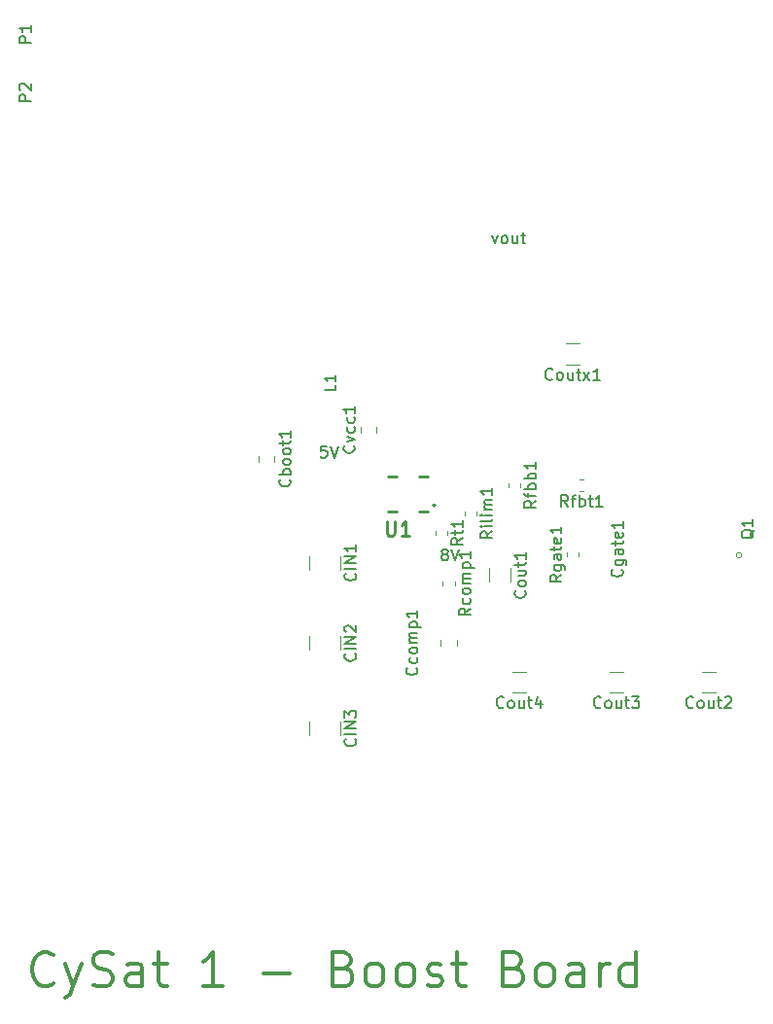
<source format=gbr>
G04 #@! TF.GenerationSoftware,KiCad,Pcbnew,(5.1.4)-1*
G04 #@! TF.CreationDate,2020-02-03T09:21:52-06:00*
G04 #@! TF.ProjectId,Boost,426f6f73-742e-46b6-9963-61645f706362,rev?*
G04 #@! TF.SameCoordinates,Original*
G04 #@! TF.FileFunction,Legend,Top*
G04 #@! TF.FilePolarity,Positive*
%FSLAX46Y46*%
G04 Gerber Fmt 4.6, Leading zero omitted, Abs format (unit mm)*
G04 Created by KiCad (PCBNEW (5.1.4)-1) date 2020-02-03 09:21:52*
%MOMM*%
%LPD*%
G04 APERTURE LIST*
%ADD10C,0.150000*%
%ADD11C,0.300000*%
%ADD12C,0.120000*%
%ADD13C,0.254000*%
%ADD14C,0.250000*%
G04 APERTURE END LIST*
D10*
X147923428Y-73547314D02*
X148161523Y-74213980D01*
X148399619Y-73547314D01*
X148923428Y-74213980D02*
X148828190Y-74166361D01*
X148780571Y-74118742D01*
X148732952Y-74023504D01*
X148732952Y-73737790D01*
X148780571Y-73642552D01*
X148828190Y-73594933D01*
X148923428Y-73547314D01*
X149066285Y-73547314D01*
X149161523Y-73594933D01*
X149209142Y-73642552D01*
X149256761Y-73737790D01*
X149256761Y-74023504D01*
X149209142Y-74118742D01*
X149161523Y-74166361D01*
X149066285Y-74213980D01*
X148923428Y-74213980D01*
X150113904Y-73547314D02*
X150113904Y-74213980D01*
X149685333Y-73547314D02*
X149685333Y-74071123D01*
X149732952Y-74166361D01*
X149828190Y-74213980D01*
X149971047Y-74213980D01*
X150066285Y-74166361D01*
X150113904Y-74118742D01*
X150447238Y-73547314D02*
X150828190Y-73547314D01*
X150590095Y-73213980D02*
X150590095Y-74071123D01*
X150637714Y-74166361D01*
X150732952Y-74213980D01*
X150828190Y-74213980D01*
X143697390Y-101252352D02*
X143602152Y-101204733D01*
X143554533Y-101157114D01*
X143506914Y-101061876D01*
X143506914Y-101014257D01*
X143554533Y-100919019D01*
X143602152Y-100871400D01*
X143697390Y-100823780D01*
X143887866Y-100823780D01*
X143983104Y-100871400D01*
X144030723Y-100919019D01*
X144078342Y-101014257D01*
X144078342Y-101061876D01*
X144030723Y-101157114D01*
X143983104Y-101204733D01*
X143887866Y-101252352D01*
X143697390Y-101252352D01*
X143602152Y-101299971D01*
X143554533Y-101347590D01*
X143506914Y-101442828D01*
X143506914Y-101633304D01*
X143554533Y-101728542D01*
X143602152Y-101776161D01*
X143697390Y-101823780D01*
X143887866Y-101823780D01*
X143983104Y-101776161D01*
X144030723Y-101728542D01*
X144078342Y-101633304D01*
X144078342Y-101442828D01*
X144030723Y-101347590D01*
X143983104Y-101299971D01*
X143887866Y-101252352D01*
X144364057Y-100823780D02*
X144697390Y-101823780D01*
X145030723Y-100823780D01*
X133515123Y-91857580D02*
X133038933Y-91857580D01*
X132991314Y-92333771D01*
X133038933Y-92286152D01*
X133134171Y-92238533D01*
X133372266Y-92238533D01*
X133467504Y-92286152D01*
X133515123Y-92333771D01*
X133562742Y-92429009D01*
X133562742Y-92667104D01*
X133515123Y-92762342D01*
X133467504Y-92809961D01*
X133372266Y-92857580D01*
X133134171Y-92857580D01*
X133038933Y-92809961D01*
X132991314Y-92762342D01*
X133848457Y-91857580D02*
X134181790Y-92857580D01*
X134515123Y-91857580D01*
D11*
X109739000Y-138612428D02*
X109596142Y-138755285D01*
X109167571Y-138898142D01*
X108881857Y-138898142D01*
X108453285Y-138755285D01*
X108167571Y-138469571D01*
X108024714Y-138183857D01*
X107881857Y-137612428D01*
X107881857Y-137183857D01*
X108024714Y-136612428D01*
X108167571Y-136326714D01*
X108453285Y-136041000D01*
X108881857Y-135898142D01*
X109167571Y-135898142D01*
X109596142Y-136041000D01*
X109739000Y-136183857D01*
X110739000Y-136898142D02*
X111453285Y-138898142D01*
X112167571Y-136898142D02*
X111453285Y-138898142D01*
X111167571Y-139612428D01*
X111024714Y-139755285D01*
X110739000Y-139898142D01*
X113167571Y-138755285D02*
X113596142Y-138898142D01*
X114310428Y-138898142D01*
X114596142Y-138755285D01*
X114739000Y-138612428D01*
X114881857Y-138326714D01*
X114881857Y-138041000D01*
X114739000Y-137755285D01*
X114596142Y-137612428D01*
X114310428Y-137469571D01*
X113739000Y-137326714D01*
X113453285Y-137183857D01*
X113310428Y-137041000D01*
X113167571Y-136755285D01*
X113167571Y-136469571D01*
X113310428Y-136183857D01*
X113453285Y-136041000D01*
X113739000Y-135898142D01*
X114453285Y-135898142D01*
X114881857Y-136041000D01*
X117453285Y-138898142D02*
X117453285Y-137326714D01*
X117310428Y-137041000D01*
X117024714Y-136898142D01*
X116453285Y-136898142D01*
X116167571Y-137041000D01*
X117453285Y-138755285D02*
X117167571Y-138898142D01*
X116453285Y-138898142D01*
X116167571Y-138755285D01*
X116024714Y-138469571D01*
X116024714Y-138183857D01*
X116167571Y-137898142D01*
X116453285Y-137755285D01*
X117167571Y-137755285D01*
X117453285Y-137612428D01*
X118453285Y-136898142D02*
X119596142Y-136898142D01*
X118881857Y-135898142D02*
X118881857Y-138469571D01*
X119024714Y-138755285D01*
X119310428Y-138898142D01*
X119596142Y-138898142D01*
X124453285Y-138898142D02*
X122739000Y-138898142D01*
X123596142Y-138898142D02*
X123596142Y-135898142D01*
X123310428Y-136326714D01*
X123024714Y-136612428D01*
X122739000Y-136755285D01*
X128024714Y-137755285D02*
X130310428Y-137755285D01*
X135024714Y-137326714D02*
X135453285Y-137469571D01*
X135596142Y-137612428D01*
X135739000Y-137898142D01*
X135739000Y-138326714D01*
X135596142Y-138612428D01*
X135453285Y-138755285D01*
X135167571Y-138898142D01*
X134024714Y-138898142D01*
X134024714Y-135898142D01*
X135024714Y-135898142D01*
X135310428Y-136041000D01*
X135453285Y-136183857D01*
X135596142Y-136469571D01*
X135596142Y-136755285D01*
X135453285Y-137041000D01*
X135310428Y-137183857D01*
X135024714Y-137326714D01*
X134024714Y-137326714D01*
X137453285Y-138898142D02*
X137167571Y-138755285D01*
X137024714Y-138612428D01*
X136881857Y-138326714D01*
X136881857Y-137469571D01*
X137024714Y-137183857D01*
X137167571Y-137041000D01*
X137453285Y-136898142D01*
X137881857Y-136898142D01*
X138167571Y-137041000D01*
X138310428Y-137183857D01*
X138453285Y-137469571D01*
X138453285Y-138326714D01*
X138310428Y-138612428D01*
X138167571Y-138755285D01*
X137881857Y-138898142D01*
X137453285Y-138898142D01*
X140167571Y-138898142D02*
X139881857Y-138755285D01*
X139739000Y-138612428D01*
X139596142Y-138326714D01*
X139596142Y-137469571D01*
X139739000Y-137183857D01*
X139881857Y-137041000D01*
X140167571Y-136898142D01*
X140596142Y-136898142D01*
X140881857Y-137041000D01*
X141024714Y-137183857D01*
X141167571Y-137469571D01*
X141167571Y-138326714D01*
X141024714Y-138612428D01*
X140881857Y-138755285D01*
X140596142Y-138898142D01*
X140167571Y-138898142D01*
X142310428Y-138755285D02*
X142596142Y-138898142D01*
X143167571Y-138898142D01*
X143453285Y-138755285D01*
X143596142Y-138469571D01*
X143596142Y-138326714D01*
X143453285Y-138041000D01*
X143167571Y-137898142D01*
X142739000Y-137898142D01*
X142453285Y-137755285D01*
X142310428Y-137469571D01*
X142310428Y-137326714D01*
X142453285Y-137041000D01*
X142739000Y-136898142D01*
X143167571Y-136898142D01*
X143453285Y-137041000D01*
X144453285Y-136898142D02*
X145596142Y-136898142D01*
X144881857Y-135898142D02*
X144881857Y-138469571D01*
X145024714Y-138755285D01*
X145310428Y-138898142D01*
X145596142Y-138898142D01*
X149881857Y-137326714D02*
X150310428Y-137469571D01*
X150453285Y-137612428D01*
X150596142Y-137898142D01*
X150596142Y-138326714D01*
X150453285Y-138612428D01*
X150310428Y-138755285D01*
X150024714Y-138898142D01*
X148881857Y-138898142D01*
X148881857Y-135898142D01*
X149881857Y-135898142D01*
X150167571Y-136041000D01*
X150310428Y-136183857D01*
X150453285Y-136469571D01*
X150453285Y-136755285D01*
X150310428Y-137041000D01*
X150167571Y-137183857D01*
X149881857Y-137326714D01*
X148881857Y-137326714D01*
X152310428Y-138898142D02*
X152024714Y-138755285D01*
X151881857Y-138612428D01*
X151739000Y-138326714D01*
X151739000Y-137469571D01*
X151881857Y-137183857D01*
X152024714Y-137041000D01*
X152310428Y-136898142D01*
X152739000Y-136898142D01*
X153024714Y-137041000D01*
X153167571Y-137183857D01*
X153310428Y-137469571D01*
X153310428Y-138326714D01*
X153167571Y-138612428D01*
X153024714Y-138755285D01*
X152739000Y-138898142D01*
X152310428Y-138898142D01*
X155881857Y-138898142D02*
X155881857Y-137326714D01*
X155739000Y-137041000D01*
X155453285Y-136898142D01*
X154881857Y-136898142D01*
X154596142Y-137041000D01*
X155881857Y-138755285D02*
X155596142Y-138898142D01*
X154881857Y-138898142D01*
X154596142Y-138755285D01*
X154453285Y-138469571D01*
X154453285Y-138183857D01*
X154596142Y-137898142D01*
X154881857Y-137755285D01*
X155596142Y-137755285D01*
X155881857Y-137612428D01*
X157310428Y-138898142D02*
X157310428Y-136898142D01*
X157310428Y-137469571D02*
X157453285Y-137183857D01*
X157596142Y-137041000D01*
X157881857Y-136898142D01*
X158167571Y-136898142D01*
X160453285Y-138898142D02*
X160453285Y-135898142D01*
X160453285Y-138755285D02*
X160167571Y-138898142D01*
X159596142Y-138898142D01*
X159310428Y-138755285D01*
X159167571Y-138612428D01*
X159024714Y-138326714D01*
X159024714Y-137469571D01*
X159167571Y-137183857D01*
X159310428Y-137041000D01*
X159596142Y-136898142D01*
X160167571Y-136898142D01*
X160453285Y-137041000D01*
D12*
X142974600Y-99252821D02*
X142974600Y-99578379D01*
X143994600Y-99252821D02*
X143994600Y-99578379D01*
X145540000Y-97551021D02*
X145540000Y-97876579D01*
X146560000Y-97551021D02*
X146560000Y-97876579D01*
X155450000Y-101447779D02*
X155450000Y-101122221D01*
X154430000Y-101447779D02*
X154430000Y-101122221D01*
X155887779Y-94740000D02*
X155562221Y-94740000D01*
X155887779Y-95760000D02*
X155562221Y-95760000D01*
X149350000Y-95087221D02*
X149350000Y-95412779D01*
X150370000Y-95087221D02*
X150370000Y-95412779D01*
X143635000Y-103657221D02*
X143635000Y-103982779D01*
X144655000Y-103657221D02*
X144655000Y-103982779D01*
X169668000Y-101346000D02*
G75*
G03X169668000Y-101346000I-250000J0D01*
G01*
X137870000Y-90676252D02*
X137870000Y-90153748D01*
X136450000Y-90676252D02*
X136450000Y-90153748D01*
X155542064Y-82910000D02*
X154337936Y-82910000D01*
X155542064Y-84730000D02*
X154337936Y-84730000D01*
X150879564Y-111485000D02*
X149675436Y-111485000D01*
X150879564Y-113305000D02*
X149675436Y-113305000D01*
X159352064Y-111485000D02*
X158147936Y-111485000D01*
X159352064Y-113305000D02*
X158147936Y-113305000D01*
X167389564Y-111485000D02*
X166185436Y-111485000D01*
X167389564Y-113305000D02*
X166185436Y-113305000D01*
X147680000Y-102485436D02*
X147680000Y-103689564D01*
X149500000Y-102485436D02*
X149500000Y-103689564D01*
X131990000Y-115820436D02*
X131990000Y-117024564D01*
X134710000Y-115820436D02*
X134710000Y-117024564D01*
X131990000Y-108400436D02*
X131990000Y-109604564D01*
X134710000Y-108400436D02*
X134710000Y-109604564D01*
X131990000Y-101415436D02*
X131990000Y-102619564D01*
X134710000Y-101415436D02*
X134710000Y-102619564D01*
X143435000Y-108713748D02*
X143435000Y-109236252D01*
X144855000Y-108713748D02*
X144855000Y-109236252D01*
X127560000Y-92693748D02*
X127560000Y-93216252D01*
X128980000Y-92693748D02*
X128980000Y-93216252D01*
D13*
X142934630Y-97002000D02*
G75*
G03X142934630Y-97002000I-64630J0D01*
G01*
D14*
X138839000Y-94512000D02*
X139589000Y-94512000D01*
X142339000Y-94512000D02*
X141589000Y-94512000D01*
X138839000Y-97512000D02*
X139589000Y-97512000D01*
X142339000Y-97512000D02*
X141589000Y-97512000D01*
D10*
X145366980Y-99867980D02*
X144890790Y-100201314D01*
X145366980Y-100439409D02*
X144366980Y-100439409D01*
X144366980Y-100058457D01*
X144414600Y-99963219D01*
X144462219Y-99915600D01*
X144557457Y-99867980D01*
X144700314Y-99867980D01*
X144795552Y-99915600D01*
X144843171Y-99963219D01*
X144890790Y-100058457D01*
X144890790Y-100439409D01*
X144700314Y-99582266D02*
X144700314Y-99201314D01*
X144366980Y-99439409D02*
X145224123Y-99439409D01*
X145319361Y-99391790D01*
X145366980Y-99296552D01*
X145366980Y-99201314D01*
X145366980Y-98344171D02*
X145366980Y-98915600D01*
X145366980Y-98629885D02*
X144366980Y-98629885D01*
X144509838Y-98725123D01*
X144605076Y-98820361D01*
X144652695Y-98915600D01*
X147932380Y-99285228D02*
X147456190Y-99618561D01*
X147932380Y-99856657D02*
X146932380Y-99856657D01*
X146932380Y-99475704D01*
X146980000Y-99380466D01*
X147027619Y-99332847D01*
X147122857Y-99285228D01*
X147265714Y-99285228D01*
X147360952Y-99332847D01*
X147408571Y-99380466D01*
X147456190Y-99475704D01*
X147456190Y-99856657D01*
X147932380Y-98856657D02*
X147265714Y-98856657D01*
X146932380Y-98856657D02*
X146980000Y-98904276D01*
X147027619Y-98856657D01*
X146980000Y-98809038D01*
X146932380Y-98856657D01*
X147027619Y-98856657D01*
X147932380Y-98237609D02*
X147884761Y-98332847D01*
X147789523Y-98380466D01*
X146932380Y-98380466D01*
X147932380Y-97856657D02*
X147265714Y-97856657D01*
X146932380Y-97856657D02*
X146980000Y-97904276D01*
X147027619Y-97856657D01*
X146980000Y-97809038D01*
X146932380Y-97856657D01*
X147027619Y-97856657D01*
X147932380Y-97380466D02*
X147265714Y-97380466D01*
X147360952Y-97380466D02*
X147313333Y-97332847D01*
X147265714Y-97237609D01*
X147265714Y-97094752D01*
X147313333Y-96999514D01*
X147408571Y-96951895D01*
X147932380Y-96951895D01*
X147408571Y-96951895D02*
X147313333Y-96904276D01*
X147265714Y-96809038D01*
X147265714Y-96666180D01*
X147313333Y-96570942D01*
X147408571Y-96523323D01*
X147932380Y-96523323D01*
X147932380Y-95523323D02*
X147932380Y-96094752D01*
X147932380Y-95809038D02*
X146932380Y-95809038D01*
X147075238Y-95904276D01*
X147170476Y-95999514D01*
X147218095Y-96094752D01*
X153962380Y-103070714D02*
X153486190Y-103404047D01*
X153962380Y-103642142D02*
X152962380Y-103642142D01*
X152962380Y-103261190D01*
X153010000Y-103165952D01*
X153057619Y-103118333D01*
X153152857Y-103070714D01*
X153295714Y-103070714D01*
X153390952Y-103118333D01*
X153438571Y-103165952D01*
X153486190Y-103261190D01*
X153486190Y-103642142D01*
X153295714Y-102213571D02*
X154105238Y-102213571D01*
X154200476Y-102261190D01*
X154248095Y-102308809D01*
X154295714Y-102404047D01*
X154295714Y-102546904D01*
X154248095Y-102642142D01*
X153914761Y-102213571D02*
X153962380Y-102308809D01*
X153962380Y-102499285D01*
X153914761Y-102594523D01*
X153867142Y-102642142D01*
X153771904Y-102689761D01*
X153486190Y-102689761D01*
X153390952Y-102642142D01*
X153343333Y-102594523D01*
X153295714Y-102499285D01*
X153295714Y-102308809D01*
X153343333Y-102213571D01*
X153962380Y-101308809D02*
X153438571Y-101308809D01*
X153343333Y-101356428D01*
X153295714Y-101451666D01*
X153295714Y-101642142D01*
X153343333Y-101737380D01*
X153914761Y-101308809D02*
X153962380Y-101404047D01*
X153962380Y-101642142D01*
X153914761Y-101737380D01*
X153819523Y-101785000D01*
X153724285Y-101785000D01*
X153629047Y-101737380D01*
X153581428Y-101642142D01*
X153581428Y-101404047D01*
X153533809Y-101308809D01*
X153295714Y-100975476D02*
X153295714Y-100594523D01*
X152962380Y-100832619D02*
X153819523Y-100832619D01*
X153914761Y-100785000D01*
X153962380Y-100689761D01*
X153962380Y-100594523D01*
X153914761Y-99880238D02*
X153962380Y-99975476D01*
X153962380Y-100165952D01*
X153914761Y-100261190D01*
X153819523Y-100308809D01*
X153438571Y-100308809D01*
X153343333Y-100261190D01*
X153295714Y-100165952D01*
X153295714Y-99975476D01*
X153343333Y-99880238D01*
X153438571Y-99832619D01*
X153533809Y-99832619D01*
X153629047Y-100308809D01*
X153962380Y-98880238D02*
X153962380Y-99451666D01*
X153962380Y-99165952D02*
X152962380Y-99165952D01*
X153105238Y-99261190D01*
X153200476Y-99356428D01*
X153248095Y-99451666D01*
X154534523Y-97132380D02*
X154201190Y-96656190D01*
X153963095Y-97132380D02*
X153963095Y-96132380D01*
X154344047Y-96132380D01*
X154439285Y-96180000D01*
X154486904Y-96227619D01*
X154534523Y-96322857D01*
X154534523Y-96465714D01*
X154486904Y-96560952D01*
X154439285Y-96608571D01*
X154344047Y-96656190D01*
X153963095Y-96656190D01*
X154820238Y-96465714D02*
X155201190Y-96465714D01*
X154963095Y-97132380D02*
X154963095Y-96275238D01*
X155010714Y-96180000D01*
X155105952Y-96132380D01*
X155201190Y-96132380D01*
X155534523Y-97132380D02*
X155534523Y-96132380D01*
X155534523Y-96513333D02*
X155629761Y-96465714D01*
X155820238Y-96465714D01*
X155915476Y-96513333D01*
X155963095Y-96560952D01*
X156010714Y-96656190D01*
X156010714Y-96941904D01*
X155963095Y-97037142D01*
X155915476Y-97084761D01*
X155820238Y-97132380D01*
X155629761Y-97132380D01*
X155534523Y-97084761D01*
X156296428Y-96465714D02*
X156677380Y-96465714D01*
X156439285Y-96132380D02*
X156439285Y-96989523D01*
X156486904Y-97084761D01*
X156582142Y-97132380D01*
X156677380Y-97132380D01*
X157534523Y-97132380D02*
X156963095Y-97132380D01*
X157248809Y-97132380D02*
X157248809Y-96132380D01*
X157153571Y-96275238D01*
X157058333Y-96370476D01*
X156963095Y-96418095D01*
X151742380Y-96607142D02*
X151266190Y-96940476D01*
X151742380Y-97178571D02*
X150742380Y-97178571D01*
X150742380Y-96797619D01*
X150790000Y-96702380D01*
X150837619Y-96654761D01*
X150932857Y-96607142D01*
X151075714Y-96607142D01*
X151170952Y-96654761D01*
X151218571Y-96702380D01*
X151266190Y-96797619D01*
X151266190Y-97178571D01*
X151075714Y-96321428D02*
X151075714Y-95940476D01*
X151742380Y-96178571D02*
X150885238Y-96178571D01*
X150790000Y-96130952D01*
X150742380Y-96035714D01*
X150742380Y-95940476D01*
X151742380Y-95607142D02*
X150742380Y-95607142D01*
X151123333Y-95607142D02*
X151075714Y-95511904D01*
X151075714Y-95321428D01*
X151123333Y-95226190D01*
X151170952Y-95178571D01*
X151266190Y-95130952D01*
X151551904Y-95130952D01*
X151647142Y-95178571D01*
X151694761Y-95226190D01*
X151742380Y-95321428D01*
X151742380Y-95511904D01*
X151694761Y-95607142D01*
X151742380Y-94702380D02*
X150742380Y-94702380D01*
X151123333Y-94702380D02*
X151075714Y-94607142D01*
X151075714Y-94416666D01*
X151123333Y-94321428D01*
X151170952Y-94273809D01*
X151266190Y-94226190D01*
X151551904Y-94226190D01*
X151647142Y-94273809D01*
X151694761Y-94321428D01*
X151742380Y-94416666D01*
X151742380Y-94607142D01*
X151694761Y-94702380D01*
X151742380Y-93273809D02*
X151742380Y-93845238D01*
X151742380Y-93559523D02*
X150742380Y-93559523D01*
X150885238Y-93654761D01*
X150980476Y-93750000D01*
X151028095Y-93845238D01*
X146027380Y-105986666D02*
X145551190Y-106320000D01*
X146027380Y-106558095D02*
X145027380Y-106558095D01*
X145027380Y-106177142D01*
X145075000Y-106081904D01*
X145122619Y-106034285D01*
X145217857Y-105986666D01*
X145360714Y-105986666D01*
X145455952Y-106034285D01*
X145503571Y-106081904D01*
X145551190Y-106177142D01*
X145551190Y-106558095D01*
X145979761Y-105129523D02*
X146027380Y-105224761D01*
X146027380Y-105415238D01*
X145979761Y-105510476D01*
X145932142Y-105558095D01*
X145836904Y-105605714D01*
X145551190Y-105605714D01*
X145455952Y-105558095D01*
X145408333Y-105510476D01*
X145360714Y-105415238D01*
X145360714Y-105224761D01*
X145408333Y-105129523D01*
X146027380Y-104558095D02*
X145979761Y-104653333D01*
X145932142Y-104700952D01*
X145836904Y-104748571D01*
X145551190Y-104748571D01*
X145455952Y-104700952D01*
X145408333Y-104653333D01*
X145360714Y-104558095D01*
X145360714Y-104415238D01*
X145408333Y-104320000D01*
X145455952Y-104272380D01*
X145551190Y-104224761D01*
X145836904Y-104224761D01*
X145932142Y-104272380D01*
X145979761Y-104320000D01*
X146027380Y-104415238D01*
X146027380Y-104558095D01*
X146027380Y-103796190D02*
X145360714Y-103796190D01*
X145455952Y-103796190D02*
X145408333Y-103748571D01*
X145360714Y-103653333D01*
X145360714Y-103510476D01*
X145408333Y-103415238D01*
X145503571Y-103367619D01*
X146027380Y-103367619D01*
X145503571Y-103367619D02*
X145408333Y-103320000D01*
X145360714Y-103224761D01*
X145360714Y-103081904D01*
X145408333Y-102986666D01*
X145503571Y-102939047D01*
X146027380Y-102939047D01*
X145360714Y-102462857D02*
X146360714Y-102462857D01*
X145408333Y-102462857D02*
X145360714Y-102367619D01*
X145360714Y-102177142D01*
X145408333Y-102081904D01*
X145455952Y-102034285D01*
X145551190Y-101986666D01*
X145836904Y-101986666D01*
X145932142Y-102034285D01*
X145979761Y-102081904D01*
X146027380Y-102177142D01*
X146027380Y-102367619D01*
X145979761Y-102462857D01*
X146027380Y-101034285D02*
X146027380Y-101605714D01*
X146027380Y-101320000D02*
X145027380Y-101320000D01*
X145170238Y-101415238D01*
X145265476Y-101510476D01*
X145313095Y-101605714D01*
X170727619Y-99155238D02*
X170680000Y-99250476D01*
X170584761Y-99345714D01*
X170441904Y-99488571D01*
X170394285Y-99583809D01*
X170394285Y-99679047D01*
X170632380Y-99631428D02*
X170584761Y-99726666D01*
X170489523Y-99821904D01*
X170299047Y-99869523D01*
X169965714Y-99869523D01*
X169775238Y-99821904D01*
X169680000Y-99726666D01*
X169632380Y-99631428D01*
X169632380Y-99440952D01*
X169680000Y-99345714D01*
X169775238Y-99250476D01*
X169965714Y-99202857D01*
X170299047Y-99202857D01*
X170489523Y-99250476D01*
X170584761Y-99345714D01*
X170632380Y-99440952D01*
X170632380Y-99631428D01*
X170632380Y-98250476D02*
X170632380Y-98821904D01*
X170632380Y-98536190D02*
X169632380Y-98536190D01*
X169775238Y-98631428D01*
X169870476Y-98726666D01*
X169918095Y-98821904D01*
X107748780Y-61809855D02*
X106748780Y-61809855D01*
X106748780Y-61428902D01*
X106796400Y-61333664D01*
X106844019Y-61286045D01*
X106939257Y-61238426D01*
X107082114Y-61238426D01*
X107177352Y-61286045D01*
X107224971Y-61333664D01*
X107272590Y-61428902D01*
X107272590Y-61809855D01*
X106844019Y-60857474D02*
X106796400Y-60809855D01*
X106748780Y-60714617D01*
X106748780Y-60476521D01*
X106796400Y-60381283D01*
X106844019Y-60333664D01*
X106939257Y-60286045D01*
X107034495Y-60286045D01*
X107177352Y-60333664D01*
X107748780Y-60905093D01*
X107748780Y-60286045D01*
X107748780Y-56729855D02*
X106748780Y-56729855D01*
X106748780Y-56348902D01*
X106796400Y-56253664D01*
X106844019Y-56206045D01*
X106939257Y-56158426D01*
X107082114Y-56158426D01*
X107177352Y-56206045D01*
X107224971Y-56253664D01*
X107272590Y-56348902D01*
X107272590Y-56729855D01*
X107748780Y-55206045D02*
X107748780Y-55777474D01*
X107748780Y-55491760D02*
X106748780Y-55491760D01*
X106891638Y-55586998D01*
X106986876Y-55682236D01*
X107034495Y-55777474D01*
X134312380Y-86526666D02*
X134312380Y-87002857D01*
X133312380Y-87002857D01*
X134312380Y-85669523D02*
X134312380Y-86240952D01*
X134312380Y-85955238D02*
X133312380Y-85955238D01*
X133455238Y-86050476D01*
X133550476Y-86145714D01*
X133598095Y-86240952D01*
X135867142Y-91819761D02*
X135914761Y-91867380D01*
X135962380Y-92010238D01*
X135962380Y-92105476D01*
X135914761Y-92248333D01*
X135819523Y-92343571D01*
X135724285Y-92391190D01*
X135533809Y-92438809D01*
X135390952Y-92438809D01*
X135200476Y-92391190D01*
X135105238Y-92343571D01*
X135010000Y-92248333D01*
X134962380Y-92105476D01*
X134962380Y-92010238D01*
X135010000Y-91867380D01*
X135057619Y-91819761D01*
X135295714Y-91486428D02*
X135962380Y-91248333D01*
X135295714Y-91010238D01*
X135914761Y-90200714D02*
X135962380Y-90295952D01*
X135962380Y-90486428D01*
X135914761Y-90581666D01*
X135867142Y-90629285D01*
X135771904Y-90676904D01*
X135486190Y-90676904D01*
X135390952Y-90629285D01*
X135343333Y-90581666D01*
X135295714Y-90486428D01*
X135295714Y-90295952D01*
X135343333Y-90200714D01*
X135914761Y-89343571D02*
X135962380Y-89438809D01*
X135962380Y-89629285D01*
X135914761Y-89724523D01*
X135867142Y-89772142D01*
X135771904Y-89819761D01*
X135486190Y-89819761D01*
X135390952Y-89772142D01*
X135343333Y-89724523D01*
X135295714Y-89629285D01*
X135295714Y-89438809D01*
X135343333Y-89343571D01*
X135962380Y-88391190D02*
X135962380Y-88962619D01*
X135962380Y-88676904D02*
X134962380Y-88676904D01*
X135105238Y-88772142D01*
X135200476Y-88867380D01*
X135248095Y-88962619D01*
X153178095Y-85997142D02*
X153130476Y-86044761D01*
X152987619Y-86092380D01*
X152892380Y-86092380D01*
X152749523Y-86044761D01*
X152654285Y-85949523D01*
X152606666Y-85854285D01*
X152559047Y-85663809D01*
X152559047Y-85520952D01*
X152606666Y-85330476D01*
X152654285Y-85235238D01*
X152749523Y-85140000D01*
X152892380Y-85092380D01*
X152987619Y-85092380D01*
X153130476Y-85140000D01*
X153178095Y-85187619D01*
X153749523Y-86092380D02*
X153654285Y-86044761D01*
X153606666Y-85997142D01*
X153559047Y-85901904D01*
X153559047Y-85616190D01*
X153606666Y-85520952D01*
X153654285Y-85473333D01*
X153749523Y-85425714D01*
X153892380Y-85425714D01*
X153987619Y-85473333D01*
X154035238Y-85520952D01*
X154082857Y-85616190D01*
X154082857Y-85901904D01*
X154035238Y-85997142D01*
X153987619Y-86044761D01*
X153892380Y-86092380D01*
X153749523Y-86092380D01*
X154940000Y-85425714D02*
X154940000Y-86092380D01*
X154511428Y-85425714D02*
X154511428Y-85949523D01*
X154559047Y-86044761D01*
X154654285Y-86092380D01*
X154797142Y-86092380D01*
X154892380Y-86044761D01*
X154940000Y-85997142D01*
X155273333Y-85425714D02*
X155654285Y-85425714D01*
X155416190Y-85092380D02*
X155416190Y-85949523D01*
X155463809Y-86044761D01*
X155559047Y-86092380D01*
X155654285Y-86092380D01*
X155892380Y-86092380D02*
X156416190Y-85425714D01*
X155892380Y-85425714D02*
X156416190Y-86092380D01*
X157320952Y-86092380D02*
X156749523Y-86092380D01*
X157035238Y-86092380D02*
X157035238Y-85092380D01*
X156940000Y-85235238D01*
X156844761Y-85330476D01*
X156749523Y-85378095D01*
X148920357Y-114572142D02*
X148872738Y-114619761D01*
X148729880Y-114667380D01*
X148634642Y-114667380D01*
X148491785Y-114619761D01*
X148396547Y-114524523D01*
X148348928Y-114429285D01*
X148301309Y-114238809D01*
X148301309Y-114095952D01*
X148348928Y-113905476D01*
X148396547Y-113810238D01*
X148491785Y-113715000D01*
X148634642Y-113667380D01*
X148729880Y-113667380D01*
X148872738Y-113715000D01*
X148920357Y-113762619D01*
X149491785Y-114667380D02*
X149396547Y-114619761D01*
X149348928Y-114572142D01*
X149301309Y-114476904D01*
X149301309Y-114191190D01*
X149348928Y-114095952D01*
X149396547Y-114048333D01*
X149491785Y-114000714D01*
X149634642Y-114000714D01*
X149729880Y-114048333D01*
X149777500Y-114095952D01*
X149825119Y-114191190D01*
X149825119Y-114476904D01*
X149777500Y-114572142D01*
X149729880Y-114619761D01*
X149634642Y-114667380D01*
X149491785Y-114667380D01*
X150682261Y-114000714D02*
X150682261Y-114667380D01*
X150253690Y-114000714D02*
X150253690Y-114524523D01*
X150301309Y-114619761D01*
X150396547Y-114667380D01*
X150539404Y-114667380D01*
X150634642Y-114619761D01*
X150682261Y-114572142D01*
X151015595Y-114000714D02*
X151396547Y-114000714D01*
X151158452Y-113667380D02*
X151158452Y-114524523D01*
X151206071Y-114619761D01*
X151301309Y-114667380D01*
X151396547Y-114667380D01*
X152158452Y-114000714D02*
X152158452Y-114667380D01*
X151920357Y-113619761D02*
X151682261Y-114334047D01*
X152301309Y-114334047D01*
X157392857Y-114572142D02*
X157345238Y-114619761D01*
X157202380Y-114667380D01*
X157107142Y-114667380D01*
X156964285Y-114619761D01*
X156869047Y-114524523D01*
X156821428Y-114429285D01*
X156773809Y-114238809D01*
X156773809Y-114095952D01*
X156821428Y-113905476D01*
X156869047Y-113810238D01*
X156964285Y-113715000D01*
X157107142Y-113667380D01*
X157202380Y-113667380D01*
X157345238Y-113715000D01*
X157392857Y-113762619D01*
X157964285Y-114667380D02*
X157869047Y-114619761D01*
X157821428Y-114572142D01*
X157773809Y-114476904D01*
X157773809Y-114191190D01*
X157821428Y-114095952D01*
X157869047Y-114048333D01*
X157964285Y-114000714D01*
X158107142Y-114000714D01*
X158202380Y-114048333D01*
X158250000Y-114095952D01*
X158297619Y-114191190D01*
X158297619Y-114476904D01*
X158250000Y-114572142D01*
X158202380Y-114619761D01*
X158107142Y-114667380D01*
X157964285Y-114667380D01*
X159154761Y-114000714D02*
X159154761Y-114667380D01*
X158726190Y-114000714D02*
X158726190Y-114524523D01*
X158773809Y-114619761D01*
X158869047Y-114667380D01*
X159011904Y-114667380D01*
X159107142Y-114619761D01*
X159154761Y-114572142D01*
X159488095Y-114000714D02*
X159869047Y-114000714D01*
X159630952Y-113667380D02*
X159630952Y-114524523D01*
X159678571Y-114619761D01*
X159773809Y-114667380D01*
X159869047Y-114667380D01*
X160107142Y-113667380D02*
X160726190Y-113667380D01*
X160392857Y-114048333D01*
X160535714Y-114048333D01*
X160630952Y-114095952D01*
X160678571Y-114143571D01*
X160726190Y-114238809D01*
X160726190Y-114476904D01*
X160678571Y-114572142D01*
X160630952Y-114619761D01*
X160535714Y-114667380D01*
X160250000Y-114667380D01*
X160154761Y-114619761D01*
X160107142Y-114572142D01*
X165430357Y-114572142D02*
X165382738Y-114619761D01*
X165239880Y-114667380D01*
X165144642Y-114667380D01*
X165001785Y-114619761D01*
X164906547Y-114524523D01*
X164858928Y-114429285D01*
X164811309Y-114238809D01*
X164811309Y-114095952D01*
X164858928Y-113905476D01*
X164906547Y-113810238D01*
X165001785Y-113715000D01*
X165144642Y-113667380D01*
X165239880Y-113667380D01*
X165382738Y-113715000D01*
X165430357Y-113762619D01*
X166001785Y-114667380D02*
X165906547Y-114619761D01*
X165858928Y-114572142D01*
X165811309Y-114476904D01*
X165811309Y-114191190D01*
X165858928Y-114095952D01*
X165906547Y-114048333D01*
X166001785Y-114000714D01*
X166144642Y-114000714D01*
X166239880Y-114048333D01*
X166287500Y-114095952D01*
X166335119Y-114191190D01*
X166335119Y-114476904D01*
X166287500Y-114572142D01*
X166239880Y-114619761D01*
X166144642Y-114667380D01*
X166001785Y-114667380D01*
X167192261Y-114000714D02*
X167192261Y-114667380D01*
X166763690Y-114000714D02*
X166763690Y-114524523D01*
X166811309Y-114619761D01*
X166906547Y-114667380D01*
X167049404Y-114667380D01*
X167144642Y-114619761D01*
X167192261Y-114572142D01*
X167525595Y-114000714D02*
X167906547Y-114000714D01*
X167668452Y-113667380D02*
X167668452Y-114524523D01*
X167716071Y-114619761D01*
X167811309Y-114667380D01*
X167906547Y-114667380D01*
X168192261Y-113762619D02*
X168239880Y-113715000D01*
X168335119Y-113667380D01*
X168573214Y-113667380D01*
X168668452Y-113715000D01*
X168716071Y-113762619D01*
X168763690Y-113857857D01*
X168763690Y-113953095D01*
X168716071Y-114095952D01*
X168144642Y-114667380D01*
X168763690Y-114667380D01*
X150767142Y-104444642D02*
X150814761Y-104492261D01*
X150862380Y-104635119D01*
X150862380Y-104730357D01*
X150814761Y-104873214D01*
X150719523Y-104968452D01*
X150624285Y-105016071D01*
X150433809Y-105063690D01*
X150290952Y-105063690D01*
X150100476Y-105016071D01*
X150005238Y-104968452D01*
X149910000Y-104873214D01*
X149862380Y-104730357D01*
X149862380Y-104635119D01*
X149910000Y-104492261D01*
X149957619Y-104444642D01*
X150862380Y-103873214D02*
X150814761Y-103968452D01*
X150767142Y-104016071D01*
X150671904Y-104063690D01*
X150386190Y-104063690D01*
X150290952Y-104016071D01*
X150243333Y-103968452D01*
X150195714Y-103873214D01*
X150195714Y-103730357D01*
X150243333Y-103635119D01*
X150290952Y-103587500D01*
X150386190Y-103539880D01*
X150671904Y-103539880D01*
X150767142Y-103587500D01*
X150814761Y-103635119D01*
X150862380Y-103730357D01*
X150862380Y-103873214D01*
X150195714Y-102682738D02*
X150862380Y-102682738D01*
X150195714Y-103111309D02*
X150719523Y-103111309D01*
X150814761Y-103063690D01*
X150862380Y-102968452D01*
X150862380Y-102825595D01*
X150814761Y-102730357D01*
X150767142Y-102682738D01*
X150195714Y-102349404D02*
X150195714Y-101968452D01*
X149862380Y-102206547D02*
X150719523Y-102206547D01*
X150814761Y-102158928D01*
X150862380Y-102063690D01*
X150862380Y-101968452D01*
X150862380Y-101111309D02*
X150862380Y-101682738D01*
X150862380Y-101397023D02*
X149862380Y-101397023D01*
X150005238Y-101492261D01*
X150100476Y-101587500D01*
X150148095Y-101682738D01*
X135987142Y-117351071D02*
X136034761Y-117398690D01*
X136082380Y-117541547D01*
X136082380Y-117636785D01*
X136034761Y-117779642D01*
X135939523Y-117874880D01*
X135844285Y-117922500D01*
X135653809Y-117970119D01*
X135510952Y-117970119D01*
X135320476Y-117922500D01*
X135225238Y-117874880D01*
X135130000Y-117779642D01*
X135082380Y-117636785D01*
X135082380Y-117541547D01*
X135130000Y-117398690D01*
X135177619Y-117351071D01*
X136082380Y-116922500D02*
X135082380Y-116922500D01*
X136082380Y-116446309D02*
X135082380Y-116446309D01*
X136082380Y-115874880D01*
X135082380Y-115874880D01*
X135082380Y-115493928D02*
X135082380Y-114874880D01*
X135463333Y-115208214D01*
X135463333Y-115065357D01*
X135510952Y-114970119D01*
X135558571Y-114922500D01*
X135653809Y-114874880D01*
X135891904Y-114874880D01*
X135987142Y-114922500D01*
X136034761Y-114970119D01*
X136082380Y-115065357D01*
X136082380Y-115351071D01*
X136034761Y-115446309D01*
X135987142Y-115493928D01*
X135987142Y-109931071D02*
X136034761Y-109978690D01*
X136082380Y-110121547D01*
X136082380Y-110216785D01*
X136034761Y-110359642D01*
X135939523Y-110454880D01*
X135844285Y-110502500D01*
X135653809Y-110550119D01*
X135510952Y-110550119D01*
X135320476Y-110502500D01*
X135225238Y-110454880D01*
X135130000Y-110359642D01*
X135082380Y-110216785D01*
X135082380Y-110121547D01*
X135130000Y-109978690D01*
X135177619Y-109931071D01*
X136082380Y-109502500D02*
X135082380Y-109502500D01*
X136082380Y-109026309D02*
X135082380Y-109026309D01*
X136082380Y-108454880D01*
X135082380Y-108454880D01*
X135177619Y-108026309D02*
X135130000Y-107978690D01*
X135082380Y-107883452D01*
X135082380Y-107645357D01*
X135130000Y-107550119D01*
X135177619Y-107502500D01*
X135272857Y-107454880D01*
X135368095Y-107454880D01*
X135510952Y-107502500D01*
X136082380Y-108073928D01*
X136082380Y-107454880D01*
X135987142Y-102946071D02*
X136034761Y-102993690D01*
X136082380Y-103136547D01*
X136082380Y-103231785D01*
X136034761Y-103374642D01*
X135939523Y-103469880D01*
X135844285Y-103517500D01*
X135653809Y-103565119D01*
X135510952Y-103565119D01*
X135320476Y-103517500D01*
X135225238Y-103469880D01*
X135130000Y-103374642D01*
X135082380Y-103231785D01*
X135082380Y-103136547D01*
X135130000Y-102993690D01*
X135177619Y-102946071D01*
X136082380Y-102517500D02*
X135082380Y-102517500D01*
X136082380Y-102041309D02*
X135082380Y-102041309D01*
X136082380Y-101469880D01*
X135082380Y-101469880D01*
X136082380Y-100469880D02*
X136082380Y-101041309D01*
X136082380Y-100755595D02*
X135082380Y-100755595D01*
X135225238Y-100850833D01*
X135320476Y-100946071D01*
X135368095Y-101041309D01*
X159207142Y-102600714D02*
X159254761Y-102648333D01*
X159302380Y-102791190D01*
X159302380Y-102886428D01*
X159254761Y-103029285D01*
X159159523Y-103124523D01*
X159064285Y-103172142D01*
X158873809Y-103219761D01*
X158730952Y-103219761D01*
X158540476Y-103172142D01*
X158445238Y-103124523D01*
X158350000Y-103029285D01*
X158302380Y-102886428D01*
X158302380Y-102791190D01*
X158350000Y-102648333D01*
X158397619Y-102600714D01*
X158635714Y-101743571D02*
X159445238Y-101743571D01*
X159540476Y-101791190D01*
X159588095Y-101838809D01*
X159635714Y-101934047D01*
X159635714Y-102076904D01*
X159588095Y-102172142D01*
X159254761Y-101743571D02*
X159302380Y-101838809D01*
X159302380Y-102029285D01*
X159254761Y-102124523D01*
X159207142Y-102172142D01*
X159111904Y-102219761D01*
X158826190Y-102219761D01*
X158730952Y-102172142D01*
X158683333Y-102124523D01*
X158635714Y-102029285D01*
X158635714Y-101838809D01*
X158683333Y-101743571D01*
X159302380Y-100838809D02*
X158778571Y-100838809D01*
X158683333Y-100886428D01*
X158635714Y-100981666D01*
X158635714Y-101172142D01*
X158683333Y-101267380D01*
X159254761Y-100838809D02*
X159302380Y-100934047D01*
X159302380Y-101172142D01*
X159254761Y-101267380D01*
X159159523Y-101315000D01*
X159064285Y-101315000D01*
X158969047Y-101267380D01*
X158921428Y-101172142D01*
X158921428Y-100934047D01*
X158873809Y-100838809D01*
X158635714Y-100505476D02*
X158635714Y-100124523D01*
X158302380Y-100362619D02*
X159159523Y-100362619D01*
X159254761Y-100315000D01*
X159302380Y-100219761D01*
X159302380Y-100124523D01*
X159254761Y-99410238D02*
X159302380Y-99505476D01*
X159302380Y-99695952D01*
X159254761Y-99791190D01*
X159159523Y-99838809D01*
X158778571Y-99838809D01*
X158683333Y-99791190D01*
X158635714Y-99695952D01*
X158635714Y-99505476D01*
X158683333Y-99410238D01*
X158778571Y-99362619D01*
X158873809Y-99362619D01*
X158969047Y-99838809D01*
X159302380Y-98410238D02*
X159302380Y-98981666D01*
X159302380Y-98695952D02*
X158302380Y-98695952D01*
X158445238Y-98791190D01*
X158540476Y-98886428D01*
X158588095Y-98981666D01*
X141327142Y-111141666D02*
X141374761Y-111189285D01*
X141422380Y-111332142D01*
X141422380Y-111427380D01*
X141374761Y-111570238D01*
X141279523Y-111665476D01*
X141184285Y-111713095D01*
X140993809Y-111760714D01*
X140850952Y-111760714D01*
X140660476Y-111713095D01*
X140565238Y-111665476D01*
X140470000Y-111570238D01*
X140422380Y-111427380D01*
X140422380Y-111332142D01*
X140470000Y-111189285D01*
X140517619Y-111141666D01*
X141374761Y-110284523D02*
X141422380Y-110379761D01*
X141422380Y-110570238D01*
X141374761Y-110665476D01*
X141327142Y-110713095D01*
X141231904Y-110760714D01*
X140946190Y-110760714D01*
X140850952Y-110713095D01*
X140803333Y-110665476D01*
X140755714Y-110570238D01*
X140755714Y-110379761D01*
X140803333Y-110284523D01*
X141422380Y-109713095D02*
X141374761Y-109808333D01*
X141327142Y-109855952D01*
X141231904Y-109903571D01*
X140946190Y-109903571D01*
X140850952Y-109855952D01*
X140803333Y-109808333D01*
X140755714Y-109713095D01*
X140755714Y-109570238D01*
X140803333Y-109475000D01*
X140850952Y-109427380D01*
X140946190Y-109379761D01*
X141231904Y-109379761D01*
X141327142Y-109427380D01*
X141374761Y-109475000D01*
X141422380Y-109570238D01*
X141422380Y-109713095D01*
X141422380Y-108951190D02*
X140755714Y-108951190D01*
X140850952Y-108951190D02*
X140803333Y-108903571D01*
X140755714Y-108808333D01*
X140755714Y-108665476D01*
X140803333Y-108570238D01*
X140898571Y-108522619D01*
X141422380Y-108522619D01*
X140898571Y-108522619D02*
X140803333Y-108475000D01*
X140755714Y-108379761D01*
X140755714Y-108236904D01*
X140803333Y-108141666D01*
X140898571Y-108094047D01*
X141422380Y-108094047D01*
X140755714Y-107617857D02*
X141755714Y-107617857D01*
X140803333Y-107617857D02*
X140755714Y-107522619D01*
X140755714Y-107332142D01*
X140803333Y-107236904D01*
X140850952Y-107189285D01*
X140946190Y-107141666D01*
X141231904Y-107141666D01*
X141327142Y-107189285D01*
X141374761Y-107236904D01*
X141422380Y-107332142D01*
X141422380Y-107522619D01*
X141374761Y-107617857D01*
X141422380Y-106189285D02*
X141422380Y-106760714D01*
X141422380Y-106475000D02*
X140422380Y-106475000D01*
X140565238Y-106570238D01*
X140660476Y-106665476D01*
X140708095Y-106760714D01*
X130277142Y-94764523D02*
X130324761Y-94812142D01*
X130372380Y-94955000D01*
X130372380Y-95050238D01*
X130324761Y-95193095D01*
X130229523Y-95288333D01*
X130134285Y-95335952D01*
X129943809Y-95383571D01*
X129800952Y-95383571D01*
X129610476Y-95335952D01*
X129515238Y-95288333D01*
X129420000Y-95193095D01*
X129372380Y-95050238D01*
X129372380Y-94955000D01*
X129420000Y-94812142D01*
X129467619Y-94764523D01*
X130372380Y-94335952D02*
X129372380Y-94335952D01*
X129753333Y-94335952D02*
X129705714Y-94240714D01*
X129705714Y-94050238D01*
X129753333Y-93955000D01*
X129800952Y-93907380D01*
X129896190Y-93859761D01*
X130181904Y-93859761D01*
X130277142Y-93907380D01*
X130324761Y-93955000D01*
X130372380Y-94050238D01*
X130372380Y-94240714D01*
X130324761Y-94335952D01*
X130372380Y-93288333D02*
X130324761Y-93383571D01*
X130277142Y-93431190D01*
X130181904Y-93478809D01*
X129896190Y-93478809D01*
X129800952Y-93431190D01*
X129753333Y-93383571D01*
X129705714Y-93288333D01*
X129705714Y-93145476D01*
X129753333Y-93050238D01*
X129800952Y-93002619D01*
X129896190Y-92955000D01*
X130181904Y-92955000D01*
X130277142Y-93002619D01*
X130324761Y-93050238D01*
X130372380Y-93145476D01*
X130372380Y-93288333D01*
X130372380Y-92383571D02*
X130324761Y-92478809D01*
X130277142Y-92526428D01*
X130181904Y-92574047D01*
X129896190Y-92574047D01*
X129800952Y-92526428D01*
X129753333Y-92478809D01*
X129705714Y-92383571D01*
X129705714Y-92240714D01*
X129753333Y-92145476D01*
X129800952Y-92097857D01*
X129896190Y-92050238D01*
X130181904Y-92050238D01*
X130277142Y-92097857D01*
X130324761Y-92145476D01*
X130372380Y-92240714D01*
X130372380Y-92383571D01*
X129705714Y-91764523D02*
X129705714Y-91383571D01*
X129372380Y-91621666D02*
X130229523Y-91621666D01*
X130324761Y-91574047D01*
X130372380Y-91478809D01*
X130372380Y-91383571D01*
X130372380Y-90526428D02*
X130372380Y-91097857D01*
X130372380Y-90812142D02*
X129372380Y-90812142D01*
X129515238Y-90907380D01*
X129610476Y-91002619D01*
X129658095Y-91097857D01*
D13*
X138732380Y-98364523D02*
X138732380Y-99392619D01*
X138792857Y-99513571D01*
X138853333Y-99574047D01*
X138974285Y-99634523D01*
X139216190Y-99634523D01*
X139337142Y-99574047D01*
X139397619Y-99513571D01*
X139458095Y-99392619D01*
X139458095Y-98364523D01*
X140728095Y-99634523D02*
X140002380Y-99634523D01*
X140365238Y-99634523D02*
X140365238Y-98364523D01*
X140244285Y-98545952D01*
X140123333Y-98666904D01*
X140002380Y-98727380D01*
M02*

</source>
